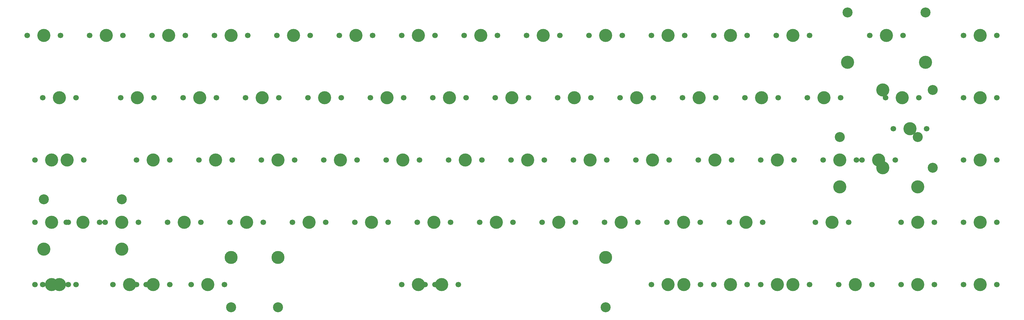
<source format=gbr>
%TF.GenerationSoftware,KiCad,Pcbnew,8.0.2*%
%TF.CreationDate,2024-05-27T21:53:32-04:00*%
%TF.ProjectId,discipline-pcb,64697363-6970-46c6-996e-652d7063622e,1.0*%
%TF.SameCoordinates,Original*%
%TF.FileFunction,NonPlated,1,2,NPTH,Drill*%
%TF.FilePolarity,Positive*%
%FSLAX46Y46*%
G04 Gerber Fmt 4.6, Leading zero omitted, Abs format (unit mm)*
G04 Created by KiCad (PCBNEW 8.0.2) date 2024-05-27 21:53:32*
%MOMM*%
%LPD*%
G01*
G04 APERTURE LIST*
%TA.AperFunction,ComponentDrill*%
%ADD10C,1.700000*%
%TD*%
%TA.AperFunction,ComponentDrill*%
%ADD11C,3.048000*%
%TD*%
%TA.AperFunction,ComponentDrill*%
%ADD12C,3.050000*%
%TD*%
%TA.AperFunction,ComponentDrill*%
%ADD13C,3.987800*%
%TD*%
%TA.AperFunction,ComponentDrill*%
%ADD14C,4.000000*%
%TD*%
G04 APERTURE END LIST*
D10*
%TO.C,SW1*%
X58261250Y-94773750D03*
%TO.C,SW59*%
X60642450Y-170963620D03*
%TO.C,SW69*%
X60642500Y-132863620D03*
%TO.C,SW78*%
X60642500Y-151923750D03*
%TO.C,SW70*%
X63023700Y-170963620D03*
%TO.C,SW16*%
X63023750Y-113823750D03*
%TO.C,SW31*%
X65405050Y-132863620D03*
%TO.C,SW1*%
X68421250Y-94773750D03*
%TO.C,SW45*%
X70167450Y-151923750D03*
%TO.C,SW59*%
X70802450Y-170963620D03*
%TO.C,SW69*%
X70802500Y-132863620D03*
%TO.C,SW78*%
X70802500Y-151923750D03*
%TO.C,SW70*%
X73183700Y-170963620D03*
%TO.C,SW16*%
X73183750Y-113823750D03*
%TO.C,SW31*%
X75565050Y-132863620D03*
%TO.C,SW2*%
X77311250Y-94773750D03*
%TO.C,SW45*%
X80327450Y-151923750D03*
%TO.C,SW75*%
X82073750Y-151923750D03*
%TO.C,SW60*%
X84455050Y-170973750D03*
%TO.C,SW17*%
X86836250Y-113823750D03*
%TO.C,SW2*%
X87471250Y-94773750D03*
%TO.C,SW32*%
X91598750Y-132873750D03*
%TO.C,SW71*%
X91623031Y-170969819D03*
%TO.C,SW75*%
X92233750Y-151923750D03*
%TO.C,SW60*%
X94615050Y-170973750D03*
%TO.C,SW3*%
X96361250Y-94773750D03*
%TO.C,SW17*%
X96996250Y-113823750D03*
%TO.C,SW46*%
X101123750Y-151923750D03*
%TO.C,SW32*%
X101758750Y-132873750D03*
%TO.C,SW71*%
X101783031Y-170969819D03*
%TO.C,SW18*%
X105886250Y-113823750D03*
%TO.C,SW3*%
X106521250Y-94773750D03*
%TO.C,SW61*%
X108267450Y-170963620D03*
%TO.C,SW33*%
X110648750Y-132873750D03*
%TO.C,SW46*%
X111283750Y-151923750D03*
%TO.C,SW4*%
X115411250Y-94773750D03*
%TO.C,SW18*%
X116046250Y-113823750D03*
%TO.C,SW61*%
X118427450Y-170963620D03*
%TO.C,SW47*%
X120173750Y-151923750D03*
%TO.C,SW33*%
X120808750Y-132873750D03*
%TO.C,SW19*%
X124936250Y-113823750D03*
%TO.C,SW4*%
X125571250Y-94773750D03*
%TO.C,SW34*%
X129698750Y-132873750D03*
%TO.C,SW47*%
X130333750Y-151923750D03*
%TO.C,SW5*%
X134461250Y-94773750D03*
%TO.C,SW19*%
X135096250Y-113823750D03*
%TO.C,SW48*%
X139223750Y-151923750D03*
%TO.C,SW34*%
X139858750Y-132873750D03*
%TO.C,SW20*%
X143986250Y-113823750D03*
%TO.C,SW5*%
X144621250Y-94773750D03*
%TO.C,SW35*%
X148748250Y-132873750D03*
%TO.C,SW48*%
X149383750Y-151923750D03*
%TO.C,SW6*%
X153511250Y-94773750D03*
%TO.C,SW20*%
X154146250Y-113823750D03*
%TO.C,SW49*%
X158274250Y-151923750D03*
%TO.C,SW35*%
X158908250Y-132873750D03*
%TO.C,SW21*%
X163036250Y-113823750D03*
%TO.C,SW6*%
X163671250Y-94773750D03*
%TO.C,SW36*%
X167798250Y-132873750D03*
%TO.C,SW49*%
X168434250Y-151923750D03*
%TO.C,SW7*%
X172561250Y-94773750D03*
%TO.C,SW72*%
X172587573Y-170981640D03*
%TO.C,SW21*%
X173196250Y-113823750D03*
%TO.C,SW50*%
X177324250Y-151923750D03*
%TO.C,SW36*%
X177958250Y-132873750D03*
%TO.C,SW62*%
X179705250Y-170973750D03*
%TO.C,SW22*%
X182086250Y-113823750D03*
%TO.C,SW7*%
X182721250Y-94773750D03*
%TO.C,SW72*%
X182747573Y-170981640D03*
%TO.C,SW37*%
X186848250Y-132873750D03*
%TO.C,SW50*%
X187484250Y-151923750D03*
%TO.C,SW62*%
X189865250Y-170973750D03*
%TO.C,SW8*%
X191611250Y-94773750D03*
%TO.C,SW22*%
X192246250Y-113823750D03*
%TO.C,SW51*%
X196374250Y-151923750D03*
%TO.C,SW37*%
X197008250Y-132873750D03*
%TO.C,SW23*%
X201136250Y-113823750D03*
%TO.C,SW8*%
X201771250Y-94773750D03*
%TO.C,SW38*%
X205898250Y-132873750D03*
%TO.C,SW51*%
X206534250Y-151923750D03*
%TO.C,SW9*%
X210661250Y-94773750D03*
%TO.C,SW23*%
X211296250Y-113823750D03*
%TO.C,SW52*%
X215424250Y-151923750D03*
%TO.C,SW38*%
X216058250Y-132873750D03*
%TO.C,SW24*%
X220186250Y-113823750D03*
%TO.C,SW9*%
X220821250Y-94773750D03*
%TO.C,SW39*%
X224948250Y-132873750D03*
%TO.C,SW52*%
X225584250Y-151923750D03*
%TO.C,SW10*%
X229711250Y-94773750D03*
%TO.C,SW24*%
X230346250Y-113823750D03*
%TO.C,SW53*%
X234474250Y-151923750D03*
%TO.C,SW39*%
X235108250Y-132873750D03*
%TO.C,SW25*%
X239236250Y-113823750D03*
%TO.C,SW10*%
X239871250Y-94773750D03*
%TO.C,SW40*%
X243998250Y-132873750D03*
%TO.C,SW53*%
X244634250Y-151923750D03*
%TO.C,SW11*%
X248761250Y-94773750D03*
%TO.C,SW63*%
X248790884Y-170963620D03*
%TO.C,SW25*%
X249396250Y-113823750D03*
%TO.C,SW54*%
X253524250Y-151923750D03*
%TO.C,SW73*%
X253563936Y-170973750D03*
%TO.C,SW40*%
X254158250Y-132873750D03*
%TO.C,SW26*%
X258286250Y-113823750D03*
%TO.C,SW11*%
X258921250Y-94773750D03*
%TO.C,SW63*%
X258950884Y-170963620D03*
%TO.C,SW41*%
X263048250Y-132873750D03*
%TO.C,SW54*%
X263684250Y-151923750D03*
%TO.C,SW73*%
X263723936Y-170973750D03*
%TO.C,SW12*%
X267811250Y-94773750D03*
%TO.C,SW64*%
X267846206Y-170973750D03*
%TO.C,SW26*%
X268446250Y-113823750D03*
%TO.C,SW55*%
X272574250Y-151923750D03*
%TO.C,SW41*%
X273208250Y-132873750D03*
%TO.C,SW27*%
X277336250Y-113823750D03*
%TO.C,SW12*%
X277971250Y-94773750D03*
%TO.C,SW64*%
X278006206Y-170973750D03*
%TO.C,SW42*%
X282098250Y-132873750D03*
%TO.C,SW74*%
X282120128Y-170973750D03*
%TO.C,SW55*%
X282734250Y-151923750D03*
%TO.C,SW13*%
X286861250Y-94773750D03*
%TO.C,SW68*%
X286901528Y-170963620D03*
%TO.C,SW27*%
X287496250Y-113823750D03*
%TO.C,SW42*%
X292258250Y-132873750D03*
%TO.C,SW74*%
X292280128Y-170973750D03*
%TO.C,SW28*%
X296386250Y-113823750D03*
%TO.C,SW13*%
X297021250Y-94773750D03*
%TO.C,SW68*%
X297061528Y-170963620D03*
%TO.C,SW56*%
X298767250Y-151923750D03*
%TO.C,SW77*%
X301148750Y-132873750D03*
%TO.C,SW65*%
X305911250Y-170973750D03*
%TO.C,SW28*%
X306546250Y-113823750D03*
%TO.C,SW56*%
X308927250Y-151923750D03*
%TO.C,SW77*%
X311308750Y-132873750D03*
%TO.C,SW43*%
X313055250Y-132873750D03*
%TO.C,SW14*%
X315436250Y-94773750D03*
%TO.C,SW65*%
X316071250Y-170973750D03*
%TO.C,SW29*%
X320198250Y-113823750D03*
%TO.C,SW76*%
X322580000Y-123348750D03*
%TO.C,SW43*%
X323215250Y-132873750D03*
%TO.C,SW57*%
X324961250Y-151923750D03*
%TO.C,SW66*%
X324961250Y-170973750D03*
%TO.C,SW14*%
X325596250Y-94773750D03*
%TO.C,SW29*%
X330358250Y-113823750D03*
%TO.C,SW76*%
X332740000Y-123348750D03*
%TO.C,SW57*%
X335121250Y-151923750D03*
%TO.C,SW66*%
X335121250Y-170973750D03*
%TO.C,SW15*%
X344011250Y-94773750D03*
%TO.C,SW30*%
X344011250Y-113823750D03*
%TO.C,SW44*%
X344011250Y-132873750D03*
%TO.C,SW58*%
X344011250Y-151923750D03*
%TO.C,SW67*%
X344011250Y-170973750D03*
%TO.C,SW15*%
X354171250Y-94773750D03*
%TO.C,SW30*%
X354171250Y-113823750D03*
%TO.C,SW44*%
X354171250Y-132873750D03*
%TO.C,SW58*%
X354171250Y-151923750D03*
%TO.C,SW67*%
X354171250Y-170973750D03*
D11*
%TO.C,ST72*%
X120517573Y-177966640D03*
%TO.C,REF\u002A\u002A*%
X134811423Y-177966640D03*
X234811223Y-177966640D03*
%TO.C,ST72*%
X234817573Y-177966640D03*
D12*
%TO.C,SW45*%
X63347450Y-144923750D03*
X87147450Y-144923750D03*
%TO.C,SW43*%
X306235250Y-125873750D03*
%TO.C,SW14*%
X308616250Y-87773750D03*
%TO.C,SW43*%
X330035250Y-125873750D03*
%TO.C,SW14*%
X332416250Y-87773750D03*
%TO.C,SW76*%
X334660000Y-111448750D03*
X334660000Y-135248750D03*
D13*
%TO.C,ST72*%
X120517573Y-162726640D03*
%TO.C,REF\u002A\u002A*%
X134811423Y-162726640D03*
X234811223Y-162726640D03*
%TO.C,ST72*%
X234817573Y-162726640D03*
D14*
%TO.C,SW1*%
X63341250Y-94773750D03*
%TO.C,SW45*%
X63347450Y-160163750D03*
%TO.C,SW59*%
X65722450Y-170963620D03*
%TO.C,SW69*%
X65722500Y-132863620D03*
%TO.C,SW78*%
X65722500Y-151923750D03*
%TO.C,SW70*%
X68103700Y-170963620D03*
%TO.C,SW16*%
X68103750Y-113823750D03*
%TO.C,SW31*%
X70485050Y-132863620D03*
%TO.C,SW45*%
X75247450Y-151923750D03*
%TO.C,SW2*%
X82391250Y-94773750D03*
%TO.C,SW45*%
X87147450Y-160163750D03*
%TO.C,SW75*%
X87153750Y-151923750D03*
%TO.C,SW60*%
X89535050Y-170973750D03*
%TO.C,SW17*%
X91916250Y-113823750D03*
%TO.C,SW32*%
X96678750Y-132873750D03*
%TO.C,SW71*%
X96703031Y-170969819D03*
%TO.C,SW3*%
X101441250Y-94773750D03*
%TO.C,SW46*%
X106203750Y-151923750D03*
%TO.C,SW18*%
X110966250Y-113823750D03*
%TO.C,SW61*%
X113347450Y-170963620D03*
%TO.C,SW33*%
X115728750Y-132873750D03*
%TO.C,SW4*%
X120491250Y-94773750D03*
%TO.C,SW47*%
X125253750Y-151923750D03*
%TO.C,SW19*%
X130016250Y-113823750D03*
%TO.C,SW34*%
X134778750Y-132873750D03*
%TO.C,SW5*%
X139541250Y-94773750D03*
%TO.C,SW48*%
X144303750Y-151923750D03*
%TO.C,SW20*%
X149066250Y-113823750D03*
%TO.C,SW35*%
X153828250Y-132873750D03*
%TO.C,SW6*%
X158591250Y-94773750D03*
%TO.C,SW49*%
X163354250Y-151923750D03*
%TO.C,SW21*%
X168116250Y-113823750D03*
%TO.C,SW36*%
X172878250Y-132873750D03*
%TO.C,SW7*%
X177641250Y-94773750D03*
%TO.C,SW72*%
X177667573Y-170981640D03*
%TO.C,SW50*%
X182404250Y-151923750D03*
%TO.C,SW62*%
X184785250Y-170973750D03*
%TO.C,SW22*%
X187166250Y-113823750D03*
%TO.C,SW37*%
X191928250Y-132873750D03*
%TO.C,SW8*%
X196691250Y-94773750D03*
%TO.C,SW51*%
X201454250Y-151923750D03*
%TO.C,SW23*%
X206216250Y-113823750D03*
%TO.C,SW38*%
X210978250Y-132873750D03*
%TO.C,SW9*%
X215741250Y-94773750D03*
%TO.C,SW52*%
X220504250Y-151923750D03*
%TO.C,SW24*%
X225266250Y-113823750D03*
%TO.C,SW39*%
X230028250Y-132873750D03*
%TO.C,SW10*%
X234791250Y-94773750D03*
%TO.C,SW53*%
X239554250Y-151923750D03*
%TO.C,SW25*%
X244316250Y-113823750D03*
%TO.C,SW40*%
X249078250Y-132873750D03*
%TO.C,SW11*%
X253841250Y-94773750D03*
%TO.C,SW63*%
X253870884Y-170963620D03*
%TO.C,SW54*%
X258604250Y-151923750D03*
%TO.C,SW73*%
X258643936Y-170973750D03*
%TO.C,SW26*%
X263366250Y-113823750D03*
%TO.C,SW41*%
X268128250Y-132873750D03*
%TO.C,SW12*%
X272891250Y-94773750D03*
%TO.C,SW64*%
X272926206Y-170973750D03*
%TO.C,SW55*%
X277654250Y-151923750D03*
%TO.C,SW27*%
X282416250Y-113823750D03*
%TO.C,SW42*%
X287178250Y-132873750D03*
%TO.C,SW74*%
X287200128Y-170973750D03*
%TO.C,SW13*%
X291941250Y-94773750D03*
%TO.C,SW68*%
X291981528Y-170963620D03*
%TO.C,SW28*%
X301466250Y-113823750D03*
%TO.C,SW56*%
X303847250Y-151923750D03*
%TO.C,SW77*%
X306228750Y-132873750D03*
%TO.C,SW43*%
X306235250Y-141113750D03*
%TO.C,SW14*%
X308616250Y-103013750D03*
%TO.C,SW65*%
X310991250Y-170973750D03*
%TO.C,SW43*%
X318135250Y-132873750D03*
%TO.C,SW76*%
X319420000Y-111448750D03*
X319420000Y-135248750D03*
%TO.C,SW14*%
X320516250Y-94773750D03*
%TO.C,SW29*%
X325278250Y-113823750D03*
%TO.C,SW76*%
X327660000Y-123348750D03*
%TO.C,SW43*%
X330035250Y-141113750D03*
%TO.C,SW57*%
X330041250Y-151923750D03*
%TO.C,SW66*%
X330041250Y-170973750D03*
%TO.C,SW14*%
X332416250Y-103013750D03*
%TO.C,SW15*%
X349091250Y-94773750D03*
%TO.C,SW30*%
X349091250Y-113823750D03*
%TO.C,SW44*%
X349091250Y-132873750D03*
%TO.C,SW58*%
X349091250Y-151923750D03*
%TO.C,SW67*%
X349091250Y-170973750D03*
M02*

</source>
